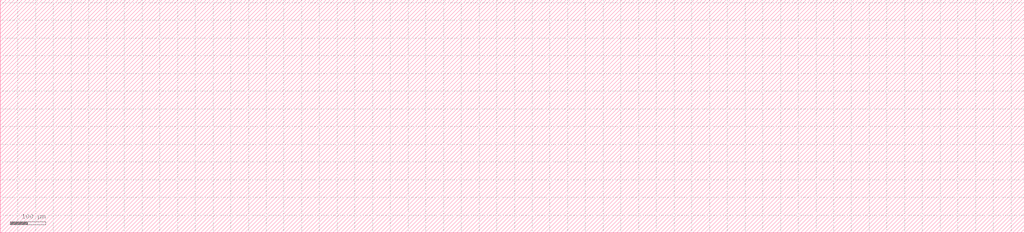
<source format=lef>
MACRO block_533x1215_91
   SIZE 202.54 BY 230.85 ;
END block_533x1215_91

MACRO block_546x675_88
   SIZE 207.48 BY 128.25 ;
END block_546x675_88

MACRO block_341x369_74
   SIZE 129.58 BY 70.11 ;
END block_341x369_74

MACRO block_535x945_130
   SIZE 203.3 BY 179.55 ;
END block_535x945_130

MACRO block_197x171_33
   SIZE 74.86 BY 32.49 ;
END block_197x171_33

MACRO block_7596x3465_370
   SIZE 2886.48 BY 658.35 ;
END block_7596x3465_370

MACRO block_646x2655_74
   SIZE 245.48 BY 504.45 ;
END block_646x2655_74

MACRO block_533x3717_657
   SIZE 202.54 BY 706.23 ;
END block_533x3717_657

MACRO block_416x441_105
   SIZE 158.08 BY 83.79 ;
END block_416x441_105

MACRO block_779x1467_106
   SIZE 296.02 BY 278.73 ;
END block_779x1467_106

MACRO block_341x369_76
   SIZE 129.58 BY 70.11 ;
END block_341x369_76

MACRO block_535x549_99
   SIZE 203.3 BY 104.31 ;
END block_535x549_99

MACRO block_197x171_32
   SIZE 74.86 BY 32.49 ;
END block_197x171_32

MACRO block_779x2844_174
   SIZE 296.02 BY 540.36 ;
END block_779x2844_174

MACRO block_341x369_80
   SIZE 129.58 BY 70.11 ;
END block_341x369_80

MACRO block_2456x1746_322
   SIZE 933.28 BY 331.74 ;
END block_2456x1746_322

MACRO block_546x675_83
   SIZE 207.48 BY 128.25 ;
END block_546x675_83

MACRO block_341x369_84
   SIZE 129.58 BY 70.11 ;
END block_341x369_84

MACRO block_1657x2799_1266
   SIZE 629.66 BY 531.81 ;
END block_1657x2799_1266

MACRO block_644x666_91
   SIZE 244.72 BY 126.54 ;
END block_644x666_91

MACRO block_336x333_85
   SIZE 127.68 BY 63.27 ;
END block_336x333_85

MACRO block_414x1665_290
   SIZE 157.32 BY 316.35 ;
END block_414x1665_290

MACRO block_546x675_72
   SIZE 207.48 BY 128.25 ;
END block_546x675_72

MACRO block_341x369_71
   SIZE 129.58 BY 70.11 ;
END block_341x369_71

MACRO block_535x549_106
   SIZE 203.3 BY 104.31 ;
END block_535x549_106

MACRO block_779x5265_948
   SIZE 296.02 BY 1000.35 ;
END block_779x5265_948

MACRO block_416x441_108
   SIZE 158.08 BY 83.79 ;
END block_416x441_108

MACRO block_533x1125_122
   SIZE 202.54 BY 213.75 ;
END block_533x1125_122

MACRO block_1596x3978_542
   SIZE 606.48 BY 755.82 ;
END block_1596x3978_542

MACRO block_716x810_89
   SIZE 272.08 BY 153.9 ;
END block_716x810_89

MACRO block_232x297_54
   SIZE 88.16 BY 56.43 ;
END block_232x297_54

MACRO block_1338x1746_319
   SIZE 508.44 BY 331.74 ;
END block_1338x1746_319

MACRO block_546x675_87
   SIZE 207.48 BY 128.25 ;
END block_546x675_87

MACRO block_341x369_82
   SIZE 129.58 BY 70.11 ;
END block_341x369_82

MACRO block_1338x1746_319f
   SIZE 508.44 BY 331.74 ;
END block_1338x1746_319f

MACRO block_546x675_82
   SIZE 207.48 BY 128.25 ;
END block_546x675_82

MACRO block_2456x1746_322f
   SIZE 933.28 BY 331.74 ;
END block_2456x1746_322f

MACRO block_2456x1755_322
   SIZE 933.28 BY 333.45 ;
END block_2456x1755_322

MACRO block_546x675_77
   SIZE 207.48 BY 128.25 ;
END block_546x675_77

MACRO block_2456x6183_356
   SIZE 933.28 BY 1174.77 ;
END block_2456x6183_356

MACRO block_416x441_120
   SIZE 158.08 BY 83.79 ;
END block_416x441_120

MACRO block_2456x6183_356f
   SIZE 933.28 BY 1174.77 ;
END block_2456x6183_356f

MACRO block_779x1125_90
   SIZE 296.02 BY 213.75 ;
END block_779x1125_90

MACRO block_535x747_156
   SIZE 203.3 BY 141.93 ;
END block_535x747_156

MACRO block_546x675_78
   SIZE 207.48 BY 128.25 ;
END block_546x675_78

MACRO block_2953x3276_1641
   SIZE 1122.14 BY 622.44 ;
END block_2953x3276_1641

MACRO block_644x666_92
   SIZE 244.72 BY 126.54 ;
END block_644x666_92

MACRO block_336x333_86
   SIZE 127.68 BY 63.27 ;
END block_336x333_86

MACRO block_414x1962_350
   SIZE 157.32 BY 372.78 ;
END block_414x1962_350

MACRO block_546x675_73
   SIZE 207.48 BY 128.25 ;
END block_546x675_73

MACRO block_126x2403_162
   SIZE 47.88 BY 456.57 ;
END block_126x2403_162

MACRO block_3369x4428_2245
   SIZE 1280.22 BY 841.32 ;
END block_3369x4428_2245

MACRO block_345x378_86
   SIZE 131.1 BY 71.82 ;
END block_345x378_86

MACRO block_779x5571_1004
   SIZE 296.02 BY 1058.49 ;
END block_779x5571_1004

MACRO block_416x432_108
   SIZE 158.08 BY 82.08 ;
END block_416x432_108

MACRO block_779x5571_1004f
   SIZE 296.02 BY 1058.49 ;
END block_779x5571_1004f

MACRO block_189x1980_137
   SIZE 71.82 BY 376.2 ;
END block_189x1980_137

MACRO block_189x1980_136
   SIZE 71.82 BY 376.2 ;
END block_189x1980_136

MACRO block_533x1188_205
   SIZE 202.54 BY 225.72 ;
END block_533x1188_205

MACRO block_779x1296_98
   SIZE 296.02 BY 246.24 ;
END block_779x1296_98

MACRO block_1338x1683_180
   SIZE 508.44 BY 319.77 ;
END block_1338x1683_180

MACRO block_341x369_77
   SIZE 129.58 BY 70.11 ;
END block_341x369_77

MACRO block_779x1386_102
   SIZE 296.02 BY 263.34 ;
END block_779x1386_102

MACRO block_414x1620_282
   SIZE 157.32 BY 307.8 ;
END block_414x1620_282

MACRO block_341x369_72
   SIZE 129.58 BY 70.11 ;
END block_341x369_72

MACRO block_575x441_31
   SIZE 218.5 BY 83.79 ;
END block_575x441_31

MACRO block_414x4230_750
   SIZE 157.32 BY 803.7 ;
END block_414x4230_750

MACRO block_416x441_104
   SIZE 158.08 BY 83.79 ;
END block_416x441_104

MACRO block_414x1701_298
   SIZE 157.32 BY 323.19 ;
END block_414x1701_298

MACRO block_126x2043_138
   SIZE 47.88 BY 388.17 ;
END block_126x2043_138

MACRO block_414x1431_246
   SIZE 157.32 BY 271.89 ;
END block_414x1431_246

MACRO block_414x1431_246f
   SIZE 157.32 BY 271.89 ;
END block_414x1431_246f

MACRO block_1591x2133_394
   SIZE 604.58 BY 405.27 ;
END block_1591x2133_394

MACRO block_1338x1773_192
   SIZE 508.44 BY 336.87 ;
END block_1338x1773_192

MACRO block_1009x918_401
   SIZE 383.42 BY 174.42 ;
END block_1009x918_401

MACRO block_644x666_90
   SIZE 244.72 BY 126.54 ;
END block_644x666_90

MACRO block_294x270_66
   SIZE 111.72 BY 51.3 ;
END block_294x270_66

MACRO block_323x801_41
   SIZE 122.74 BY 152.19 ;
END block_323x801_41

MACRO block_126x1863_126
   SIZE 47.88 BY 353.97 ;
END block_126x1863_126

MACRO block_535x846_184
   SIZE 203.3 BY 160.74 ;
END block_535x846_184

MACRO block_414x1035_170
   SIZE 157.32 BY 196.65 ;
END block_414x1035_170

MACRO block_341x369_68
   SIZE 129.58 BY 70.11 ;
END block_341x369_68

MACRO block_126x1080_74
   SIZE 47.88 BY 205.2 ;
END block_126x1080_74

MACRO block_414x2565_462
   SIZE 157.32 BY 487.35 ;
END block_414x2565_462

MACRO block_341x369_75
   SIZE 129.58 BY 70.11 ;
END block_341x369_75

MACRO block_414x5220_934
   SIZE 157.32 BY 991.8 ;
END block_414x5220_934

MACRO block_189x2259_154
   SIZE 71.82 BY 429.21 ;
END block_189x2259_154

MACRO block_189x2313_158
   SIZE 71.82 BY 439.47 ;
END block_189x2313_158

MACRO block_414x6129_1110
   SIZE 157.32 BY 1164.51 ;
END block_414x6129_1110

MACRO block_416x441_112
   SIZE 158.08 BY 83.79 ;
END block_416x441_112

MACRO block_414x6129_1110f
   SIZE 157.32 BY 1164.51 ;
END block_414x6129_1110f

MACRO block_126x1710_116
   SIZE 47.88 BY 324.9 ;
END block_126x1710_116

MACRO block_535x801_170
   SIZE 203.3 BY 152.19 ;
END block_535x801_170

MACRO block_414x3519_618
   SIZE 157.32 BY 668.61 ;
END block_414x3519_618

MACRO block_414x3519_618f
   SIZE 157.32 BY 668.61 ;
END block_414x3519_618f

MACRO block_1004x3474_655
   SIZE 381.52 BY 660.06 ;
END block_1004x3474_655

MACRO block_1004x3474_656
   SIZE 381.52 BY 660.06 ;
END block_1004x3474_656

MACRO block_73x72_14
   SIZE 27.74 BY 13.68 ;
END block_73x72_14

END LIBRARY

</source>
